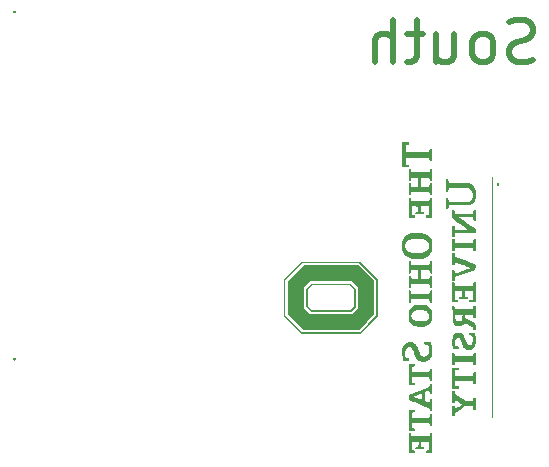
<source format=gbr>
%TF.GenerationSoftware,KiCad,Pcbnew,7.0.7*%
%TF.CreationDate,2023-09-12T10:00:42-04:00*%
%TF.ProjectId,Heater_South,48656174-6572-45f5-936f-7574682e6b69,rev?*%
%TF.SameCoordinates,Original*%
%TF.FileFunction,Legend,Bot*%
%TF.FilePolarity,Positive*%
%FSLAX46Y46*%
G04 Gerber Fmt 4.6, Leading zero omitted, Abs format (unit mm)*
G04 Created by KiCad (PCBNEW 7.0.7) date 2023-09-12 10:00:42*
%MOMM*%
%LPD*%
G01*
G04 APERTURE LIST*
%ADD10C,0.254000*%
%ADD11C,0.500000*%
G04 APERTURE END LIST*
D10*
X92600001Y-80150000D02*
G75*
G03*
X92600001Y-80150000I-1J0D01*
G01*
X92610001Y-50750000D02*
G75*
G03*
X92610001Y-50750000I-1J0D01*
G01*
X133540001Y-65380000D02*
G75*
G03*
X133540001Y-65380000I-1J0D01*
G01*
D11*
X136479772Y-54794001D02*
X135979772Y-54960667D01*
X135979772Y-54960667D02*
X135146439Y-54960667D01*
X135146439Y-54960667D02*
X134813105Y-54794001D01*
X134813105Y-54794001D02*
X134646439Y-54627334D01*
X134646439Y-54627334D02*
X134479772Y-54294001D01*
X134479772Y-54294001D02*
X134479772Y-53960667D01*
X134479772Y-53960667D02*
X134646439Y-53627334D01*
X134646439Y-53627334D02*
X134813105Y-53460667D01*
X134813105Y-53460667D02*
X135146439Y-53294001D01*
X135146439Y-53294001D02*
X135813105Y-53127334D01*
X135813105Y-53127334D02*
X136146439Y-52960667D01*
X136146439Y-52960667D02*
X136313105Y-52794001D01*
X136313105Y-52794001D02*
X136479772Y-52460667D01*
X136479772Y-52460667D02*
X136479772Y-52127334D01*
X136479772Y-52127334D02*
X136313105Y-51794001D01*
X136313105Y-51794001D02*
X136146439Y-51627334D01*
X136146439Y-51627334D02*
X135813105Y-51460667D01*
X135813105Y-51460667D02*
X134979772Y-51460667D01*
X134979772Y-51460667D02*
X134479772Y-51627334D01*
X132479772Y-54960667D02*
X132813106Y-54794001D01*
X132813106Y-54794001D02*
X132979772Y-54627334D01*
X132979772Y-54627334D02*
X133146439Y-54294001D01*
X133146439Y-54294001D02*
X133146439Y-53294001D01*
X133146439Y-53294001D02*
X132979772Y-52960667D01*
X132979772Y-52960667D02*
X132813106Y-52794001D01*
X132813106Y-52794001D02*
X132479772Y-52627334D01*
X132479772Y-52627334D02*
X131979772Y-52627334D01*
X131979772Y-52627334D02*
X131646439Y-52794001D01*
X131646439Y-52794001D02*
X131479772Y-52960667D01*
X131479772Y-52960667D02*
X131313106Y-53294001D01*
X131313106Y-53294001D02*
X131313106Y-54294001D01*
X131313106Y-54294001D02*
X131479772Y-54627334D01*
X131479772Y-54627334D02*
X131646439Y-54794001D01*
X131646439Y-54794001D02*
X131979772Y-54960667D01*
X131979772Y-54960667D02*
X132479772Y-54960667D01*
X128313105Y-52627334D02*
X128313105Y-54960667D01*
X129813105Y-52627334D02*
X129813105Y-54460667D01*
X129813105Y-54460667D02*
X129646439Y-54794001D01*
X129646439Y-54794001D02*
X129313105Y-54960667D01*
X129313105Y-54960667D02*
X128813105Y-54960667D01*
X128813105Y-54960667D02*
X128479772Y-54794001D01*
X128479772Y-54794001D02*
X128313105Y-54627334D01*
X127146438Y-52627334D02*
X125813105Y-52627334D01*
X126646438Y-51460667D02*
X126646438Y-54460667D01*
X126646438Y-54460667D02*
X126479772Y-54794001D01*
X126479772Y-54794001D02*
X126146438Y-54960667D01*
X126146438Y-54960667D02*
X125813105Y-54960667D01*
X124646438Y-54960667D02*
X124646438Y-51460667D01*
X123146438Y-54960667D02*
X123146438Y-53127334D01*
X123146438Y-53127334D02*
X123313105Y-52794001D01*
X123313105Y-52794001D02*
X123646438Y-52627334D01*
X123646438Y-52627334D02*
X124146438Y-52627334D01*
X124146438Y-52627334D02*
X124479772Y-52794001D01*
X124479772Y-52794001D02*
X124646438Y-52960667D01*
%TO.C,G\u002A\u002A\u002A*%
G36*
X133135078Y-85129535D02*
G01*
X132987403Y-85129535D01*
X132987403Y-64750465D01*
X133135078Y-64750465D01*
X133135078Y-85129535D01*
G37*
G36*
X126514341Y-84630929D02*
G01*
X126366667Y-84647636D01*
X126218992Y-84664344D01*
X126218992Y-85104923D01*
X127717904Y-85104923D01*
X127734612Y-84957248D01*
X127751319Y-84809574D01*
X127941860Y-84809574D01*
X127941860Y-85843295D01*
X127751319Y-85843295D01*
X127734612Y-85695620D01*
X127717904Y-85547946D01*
X126218992Y-85547946D01*
X126218992Y-85988525D01*
X126366667Y-86005232D01*
X126514341Y-86021940D01*
X126514341Y-86212481D01*
X125972868Y-86212481D01*
X125972868Y-84440388D01*
X126514341Y-84440388D01*
X126514341Y-84630929D01*
G37*
G36*
X129873934Y-70140582D02*
G01*
X129891074Y-70288256D01*
X131409193Y-70288256D01*
X131424845Y-70171347D01*
X131432175Y-70118553D01*
X131445830Y-70047933D01*
X131464732Y-70010408D01*
X131496014Y-69995543D01*
X131546805Y-69992907D01*
X131633721Y-69992907D01*
X131633721Y-71029600D01*
X131541424Y-71021961D01*
X131530434Y-71021041D01*
X131482985Y-71014001D01*
X131456310Y-70995139D01*
X131441058Y-70952168D01*
X131427875Y-70872801D01*
X131406622Y-70731279D01*
X129891074Y-70731279D01*
X129873934Y-70878954D01*
X129856795Y-71026628D01*
X129664729Y-71026628D01*
X129664729Y-69992907D01*
X129856795Y-69992907D01*
X129873934Y-70140582D01*
G37*
G36*
X121160340Y-72183411D02*
G01*
X121726899Y-72183411D01*
X123068605Y-73524451D01*
X123068605Y-76353114D01*
X122410830Y-77012545D01*
X121753056Y-77671977D01*
X117051208Y-77671977D01*
X116392658Y-77013766D01*
X115734109Y-76355555D01*
X115734109Y-75789968D01*
X117087791Y-75789968D01*
X117352776Y-76054131D01*
X117617761Y-76318295D01*
X121186635Y-76318295D01*
X121438473Y-76065597D01*
X121690310Y-75812900D01*
X121690310Y-74065420D01*
X121425325Y-73801257D01*
X121160340Y-73537093D01*
X117640767Y-73537093D01*
X117364279Y-73814368D01*
X117087791Y-74091642D01*
X117087791Y-75789968D01*
X115734109Y-75789968D01*
X115734109Y-73525117D01*
X117075149Y-72183411D01*
X121160340Y-72183411D01*
G37*
G36*
X121036757Y-73758605D02*
G01*
X121086278Y-73758605D01*
X121289844Y-73961114D01*
X121493411Y-74163623D01*
X121493411Y-75718865D01*
X121081015Y-76121395D01*
X117721699Y-76121395D01*
X117515500Y-75920130D01*
X117309302Y-75718865D01*
X117309302Y-75642774D01*
X117432364Y-75642774D01*
X117599116Y-75808247D01*
X117765867Y-75973721D01*
X121039503Y-75973721D01*
X121192620Y-75819231D01*
X121345736Y-75664742D01*
X121345736Y-74212512D01*
X121191247Y-74059396D01*
X121036757Y-73906279D01*
X117763312Y-73906279D01*
X117597838Y-74073031D01*
X117432364Y-74239782D01*
X117432364Y-75642774D01*
X117309302Y-75642774D01*
X117309302Y-74165738D01*
X117511811Y-73962171D01*
X117714320Y-73758605D01*
X121036757Y-73758605D01*
G37*
G36*
X119376593Y-71888986D02*
G01*
X121800758Y-71889884D01*
X121874903Y-71889911D01*
X122631734Y-72630185D01*
X123388566Y-73370460D01*
X123388566Y-76477982D01*
X122631883Y-77234960D01*
X121875201Y-77991938D01*
X116890379Y-77991938D01*
X116139957Y-77250103D01*
X115389535Y-76508269D01*
X115389535Y-76453981D01*
X115537209Y-76453981D01*
X116249042Y-77165496D01*
X116960874Y-77877011D01*
X121825678Y-77843761D01*
X122533285Y-77136565D01*
X123240891Y-76429369D01*
X123240891Y-73450637D01*
X122520825Y-72730881D01*
X121800758Y-72011124D01*
X116952104Y-72011124D01*
X116244657Y-72718887D01*
X115537209Y-73426650D01*
X115537209Y-76453981D01*
X115389535Y-76453981D01*
X115389535Y-73377410D01*
X116878283Y-71888062D01*
X119376593Y-71888986D01*
G37*
G36*
X130206202Y-81063655D02*
G01*
X130058527Y-81080795D01*
X129910853Y-81097934D01*
X129910853Y-81536124D01*
X131406622Y-81536124D01*
X131427875Y-81394603D01*
X131430412Y-81377753D01*
X131443285Y-81305553D01*
X131459842Y-81267625D01*
X131489437Y-81251684D01*
X131541424Y-81245443D01*
X131633721Y-81237804D01*
X131633721Y-82277468D01*
X131541424Y-82269829D01*
X131530434Y-82268909D01*
X131482985Y-82261869D01*
X131456310Y-82243007D01*
X131441058Y-82200036D01*
X131427875Y-82120669D01*
X131406622Y-81979147D01*
X129910853Y-81979147D01*
X129910853Y-82419726D01*
X130058527Y-82436434D01*
X130206202Y-82453141D01*
X130206202Y-82643682D01*
X129664729Y-82643682D01*
X129664729Y-80871589D01*
X130206202Y-80871589D01*
X130206202Y-81063655D01*
G37*
G36*
X131633721Y-80653049D02*
G01*
X131541424Y-80645410D01*
X131530046Y-80644457D01*
X131482804Y-80637398D01*
X131456234Y-80618464D01*
X131441014Y-80575387D01*
X131427823Y-80495899D01*
X131406517Y-80354026D01*
X130652532Y-80360530D01*
X129898547Y-80367035D01*
X129876104Y-80508556D01*
X129853661Y-80650078D01*
X129663730Y-80650078D01*
X129670382Y-80139370D01*
X129677035Y-79628663D01*
X129763178Y-79628663D01*
X129773229Y-79628674D01*
X129817638Y-79631825D01*
X129842767Y-79648688D01*
X129857464Y-79690922D01*
X129870575Y-79770184D01*
X129891828Y-79911706D01*
X131409193Y-79911706D01*
X131424845Y-79794797D01*
X131432175Y-79742003D01*
X131445830Y-79671383D01*
X131464732Y-79633857D01*
X131496014Y-79618993D01*
X131546805Y-79616357D01*
X131633721Y-79616357D01*
X131633721Y-80653049D01*
G37*
G36*
X127941860Y-75358411D02*
G01*
X127751818Y-75358411D01*
X127737173Y-75234763D01*
X127731308Y-75191299D01*
X127719005Y-75124009D01*
X127707680Y-75087088D01*
X127684421Y-75080778D01*
X127614831Y-75074692D01*
X127502599Y-75069768D01*
X127351203Y-75066116D01*
X127164120Y-75063844D01*
X126944828Y-75063062D01*
X126196824Y-75063062D01*
X126180117Y-75210737D01*
X126163409Y-75358411D01*
X125972868Y-75358411D01*
X125972868Y-74321719D01*
X126065165Y-74329357D01*
X126076155Y-74330278D01*
X126123605Y-74337317D01*
X126150279Y-74356179D01*
X126165531Y-74399150D01*
X126178714Y-74478518D01*
X126199967Y-74620039D01*
X127714761Y-74620039D01*
X127736014Y-74478518D01*
X127738552Y-74461668D01*
X127751424Y-74389467D01*
X127767981Y-74351540D01*
X127797577Y-74335599D01*
X127849564Y-74329357D01*
X127941860Y-74321719D01*
X127941860Y-75358411D01*
G37*
G36*
X126514341Y-80648962D02*
G01*
X126514195Y-80671908D01*
X126507707Y-80723875D01*
X126481534Y-80748095D01*
X126422045Y-80761136D01*
X126362490Y-80770430D01*
X126287072Y-80784450D01*
X126243923Y-80804353D01*
X126224133Y-80840946D01*
X126218793Y-80905035D01*
X126218992Y-81007426D01*
X126218992Y-81216163D01*
X127716807Y-81216163D01*
X127733720Y-81080795D01*
X127750633Y-80945426D01*
X127941860Y-80945426D01*
X127941860Y-81954535D01*
X127750633Y-81954535D01*
X127716807Y-81683799D01*
X126218992Y-81683799D01*
X126218992Y-81893776D01*
X126218950Y-81943133D01*
X126221052Y-82030299D01*
X126232372Y-82083042D01*
X126260489Y-82111767D01*
X126312983Y-82126884D01*
X126397432Y-82138799D01*
X126514341Y-82154450D01*
X126514341Y-82348333D01*
X125972868Y-82348333D01*
X125972868Y-80551628D01*
X126514341Y-80551628D01*
X126514341Y-80648962D01*
G37*
G36*
X126065165Y-86389435D02*
G01*
X126076155Y-86390355D01*
X126123605Y-86397394D01*
X126150279Y-86416256D01*
X126165531Y-86459228D01*
X126178714Y-86538595D01*
X126199967Y-86680116D01*
X127717904Y-86680116D01*
X127734612Y-86532442D01*
X127751319Y-86384768D01*
X127941860Y-86384768D01*
X127941860Y-88083023D01*
X127425000Y-88083023D01*
X127425000Y-87889879D01*
X127554215Y-87869339D01*
X127683430Y-87848798D01*
X127697052Y-87123140D01*
X127031202Y-87123140D01*
X127031202Y-87584434D01*
X127154264Y-87600758D01*
X127216688Y-87610040D01*
X127258754Y-87624361D01*
X127274777Y-87651681D01*
X127277326Y-87702379D01*
X127277326Y-87787675D01*
X126538953Y-87787675D01*
X126538953Y-87704993D01*
X126540891Y-87660857D01*
X126554951Y-87631679D01*
X126593317Y-87614810D01*
X126668169Y-87600390D01*
X126797384Y-87578469D01*
X126804460Y-87350804D01*
X126811537Y-87123140D01*
X126217676Y-87123140D01*
X126231298Y-87848798D01*
X126360514Y-87869339D01*
X126489729Y-87889879D01*
X126489729Y-88083023D01*
X125972868Y-88083023D01*
X125972868Y-86381796D01*
X126065165Y-86389435D01*
G37*
G36*
X127941860Y-68171589D02*
G01*
X127425000Y-68171589D01*
X127425000Y-67978232D01*
X127695736Y-67944406D01*
X127695736Y-67211706D01*
X127031202Y-67211706D01*
X127031202Y-67674722D01*
X127154264Y-67691647D01*
X127215587Y-67701058D01*
X127258260Y-67715518D01*
X127274653Y-67742540D01*
X127277326Y-67792407D01*
X127277326Y-67876240D01*
X126535835Y-67876240D01*
X126543547Y-67797429D01*
X126547713Y-67766410D01*
X126563334Y-67731773D01*
X126601127Y-67710721D01*
X126674322Y-67692653D01*
X126797384Y-67666687D01*
X126797384Y-67224012D01*
X126508188Y-67217078D01*
X126218992Y-67210143D01*
X126218992Y-67944406D01*
X126354360Y-67961319D01*
X126489729Y-67978232D01*
X126489729Y-68171589D01*
X125972868Y-68171589D01*
X125972868Y-66470362D01*
X126065165Y-66478001D01*
X126076155Y-66478921D01*
X126123605Y-66485960D01*
X126150279Y-66504822D01*
X126165531Y-66547794D01*
X126178714Y-66627161D01*
X126199967Y-66768682D01*
X127714761Y-66768682D01*
X127736014Y-66627161D01*
X127738552Y-66610311D01*
X127751424Y-66538111D01*
X127767981Y-66500183D01*
X127797577Y-66484242D01*
X127849564Y-66478001D01*
X127941860Y-66470362D01*
X127941860Y-68171589D01*
G37*
G36*
X131633721Y-75333799D02*
G01*
X131116860Y-75333799D01*
X131116860Y-75140441D01*
X131252229Y-75123528D01*
X131387597Y-75106615D01*
X131387597Y-74373915D01*
X130723062Y-74373915D01*
X130723062Y-74839855D01*
X130846124Y-74856180D01*
X130907068Y-74865225D01*
X130949959Y-74879410D01*
X130966475Y-74906113D01*
X130969186Y-74955477D01*
X130969186Y-75038450D01*
X130227695Y-75038450D01*
X130235408Y-74959639D01*
X130239574Y-74928619D01*
X130255194Y-74893983D01*
X130292987Y-74872930D01*
X130366182Y-74854862D01*
X130489244Y-74828897D01*
X130489244Y-74386221D01*
X130200048Y-74379287D01*
X129910853Y-74372353D01*
X129910853Y-75106615D01*
X130181589Y-75140441D01*
X130181589Y-75333799D01*
X129664082Y-75333799D01*
X129670559Y-74490824D01*
X129677035Y-73647849D01*
X129763178Y-73647849D01*
X129773229Y-73647860D01*
X129817638Y-73651011D01*
X129842767Y-73667874D01*
X129857464Y-73710108D01*
X129870575Y-73789370D01*
X129891828Y-73930892D01*
X131409193Y-73930892D01*
X131424845Y-73813983D01*
X131432175Y-73761189D01*
X131445830Y-73690569D01*
X131464732Y-73653043D01*
X131496014Y-73638179D01*
X131546805Y-73635543D01*
X131633721Y-73635543D01*
X131633721Y-75333799D01*
G37*
G36*
X129889400Y-83108258D02*
G01*
X130797092Y-83702016D01*
X131406622Y-83702016D01*
X131427875Y-83560494D01*
X131430412Y-83543644D01*
X131443285Y-83471444D01*
X131459842Y-83433517D01*
X131489437Y-83417576D01*
X131541424Y-83411334D01*
X131633721Y-83403695D01*
X131633721Y-84440388D01*
X131546805Y-84440388D01*
X131517725Y-84439910D01*
X131477889Y-84432268D01*
X131453885Y-84407016D01*
X131438580Y-84353720D01*
X131424845Y-84261948D01*
X131409193Y-84145039D01*
X130771773Y-84145039D01*
X130330636Y-84429221D01*
X129889498Y-84713403D01*
X129855956Y-84981861D01*
X129664729Y-84981861D01*
X129664729Y-84120426D01*
X129853661Y-84120426D01*
X129876104Y-84255544D01*
X129898547Y-84390661D01*
X130156977Y-84228889D01*
X130260849Y-84163803D01*
X130355675Y-84104267D01*
X130429656Y-84057694D01*
X130472346Y-84030650D01*
X130481228Y-84024826D01*
X130497710Y-84009957D01*
X130498252Y-83993092D01*
X130477728Y-83969356D01*
X130431016Y-83933871D01*
X130352991Y-83881763D01*
X130238528Y-83808154D01*
X130204448Y-83786398D01*
X130100412Y-83720618D01*
X130012568Y-83666004D01*
X129949304Y-83627732D01*
X129919010Y-83610980D01*
X129908106Y-83612731D01*
X129888688Y-83651993D01*
X129873102Y-83737070D01*
X129855956Y-83874302D01*
X129664729Y-83874302D01*
X129664729Y-82840582D01*
X129855956Y-82840582D01*
X129889400Y-83108258D01*
G37*
G36*
X131633721Y-68420685D02*
G01*
X131541424Y-68413046D01*
X131530434Y-68412126D01*
X131482985Y-68405086D01*
X131456310Y-68386224D01*
X131441058Y-68343253D01*
X131427875Y-68263886D01*
X131406622Y-68122364D01*
X130824871Y-68123250D01*
X130243120Y-68124135D01*
X130312912Y-68181233D01*
X130322911Y-68189066D01*
X130374296Y-68227211D01*
X130458198Y-68288085D01*
X130569025Y-68367683D01*
X130701187Y-68461997D01*
X130849093Y-68567021D01*
X131007153Y-68678749D01*
X131631601Y-69119167D01*
X131633721Y-69476047D01*
X129891074Y-69476047D01*
X129873934Y-69623721D01*
X129856795Y-69771395D01*
X129664729Y-69771395D01*
X129664729Y-68885349D01*
X129856795Y-68885349D01*
X129873934Y-69033023D01*
X129891074Y-69180698D01*
X131004752Y-69180698D01*
X130841652Y-69063789D01*
X130803123Y-69036158D01*
X130715206Y-68973071D01*
X130600189Y-68890507D01*
X130465915Y-68794097D01*
X130320223Y-68689471D01*
X130170956Y-68582258D01*
X129663360Y-68217637D01*
X129670198Y-67880805D01*
X129677035Y-67543973D01*
X129763178Y-67543973D01*
X129773229Y-67543984D01*
X129817638Y-67547135D01*
X129842767Y-67563998D01*
X129857464Y-67606232D01*
X129870575Y-67685494D01*
X129891828Y-67827016D01*
X131409193Y-67827016D01*
X131424845Y-67710107D01*
X131432175Y-67657313D01*
X131445830Y-67586693D01*
X131464732Y-67549167D01*
X131496014Y-67534303D01*
X131546805Y-67531667D01*
X131633721Y-67531667D01*
X131633721Y-68420685D01*
G37*
G36*
X129898547Y-71476499D02*
G01*
X130723062Y-71787890D01*
X130898496Y-71854155D01*
X131078501Y-71922168D01*
X131240078Y-71983239D01*
X131377703Y-72035280D01*
X131485850Y-72076202D01*
X131558995Y-72103916D01*
X131591613Y-72116331D01*
X131601224Y-72120828D01*
X131618771Y-72139543D01*
X131628095Y-72176946D01*
X131630811Y-72243176D01*
X131628532Y-72348375D01*
X131621415Y-72563369D01*
X129898547Y-73209161D01*
X129876104Y-73348515D01*
X129853661Y-73487868D01*
X129663566Y-73487868D01*
X129670301Y-73063304D01*
X129677035Y-72638740D01*
X129761854Y-72638740D01*
X129762885Y-72638741D01*
X129811149Y-72641306D01*
X129839129Y-72656844D01*
X129856534Y-72697173D01*
X129873074Y-72774109D01*
X129886442Y-72830673D01*
X129906236Y-72885612D01*
X129923623Y-72905120D01*
X129932250Y-72902869D01*
X129982200Y-72886450D01*
X130066728Y-72856807D01*
X130178483Y-72816667D01*
X130310114Y-72768758D01*
X130454271Y-72715805D01*
X130603603Y-72660535D01*
X130750758Y-72605675D01*
X130888388Y-72553951D01*
X131009139Y-72508089D01*
X131105663Y-72470817D01*
X131170607Y-72444860D01*
X131196622Y-72432945D01*
X131184009Y-72424436D01*
X131132246Y-72400860D01*
X131047160Y-72365225D01*
X130935759Y-72320221D01*
X130805049Y-72268537D01*
X130662039Y-72212862D01*
X130513734Y-72155886D01*
X130367142Y-72100297D01*
X130229269Y-72048784D01*
X130107124Y-72004038D01*
X130007713Y-71968747D01*
X129938043Y-71945600D01*
X129905121Y-71937287D01*
X129897251Y-71949486D01*
X129884627Y-71998655D01*
X129872869Y-72072655D01*
X129855956Y-72208023D01*
X129664729Y-72208023D01*
X129664729Y-71198915D01*
X129853661Y-71198915D01*
X129898547Y-71476499D01*
G37*
G36*
X125997481Y-61894958D02*
G01*
X125997488Y-61903453D01*
X125995871Y-61950757D01*
X125984424Y-61980660D01*
X125953480Y-61999615D01*
X125893370Y-62014074D01*
X125794428Y-62030492D01*
X125702132Y-62045331D01*
X125702132Y-62609186D01*
X126697276Y-62609186D01*
X126761625Y-62609208D01*
X127000107Y-62609564D01*
X127194952Y-62609727D01*
X127350658Y-62608867D01*
X127471723Y-62606157D01*
X127562647Y-62600768D01*
X127627927Y-62591871D01*
X127672063Y-62578638D01*
X127699552Y-62560241D01*
X127714894Y-62535852D01*
X127722587Y-62504640D01*
X127727130Y-62465779D01*
X127733020Y-62418440D01*
X127739458Y-62379665D01*
X127754463Y-62334035D01*
X127784961Y-62316622D01*
X127845574Y-62313837D01*
X127941860Y-62313837D01*
X127941860Y-63372171D01*
X127845574Y-63372171D01*
X127809813Y-63371728D01*
X127766475Y-63363137D01*
X127745751Y-63332946D01*
X127733020Y-63267568D01*
X127731240Y-63255367D01*
X127726084Y-63210142D01*
X127721195Y-63173196D01*
X127712074Y-63143700D01*
X127694222Y-63120827D01*
X127663141Y-63103748D01*
X127614332Y-63091633D01*
X127543297Y-63083656D01*
X127445536Y-63078986D01*
X127316553Y-63076797D01*
X127151847Y-63076258D01*
X126946921Y-63076543D01*
X126697276Y-63076822D01*
X125702132Y-63076822D01*
X125702132Y-63359396D01*
X125701880Y-63428473D01*
X125702172Y-63528944D01*
X125708283Y-63593954D01*
X125725926Y-63632510D01*
X125760816Y-63653618D01*
X125818664Y-63666287D01*
X125905184Y-63679523D01*
X125926919Y-63683171D01*
X125975208Y-63697778D01*
X125994185Y-63728430D01*
X125997481Y-63791697D01*
X125997481Y-63889031D01*
X125431395Y-63889031D01*
X125431395Y-61796977D01*
X125997481Y-61796977D01*
X125997481Y-61894958D01*
G37*
G36*
X126065165Y-64041373D02*
G01*
X126076155Y-64042293D01*
X126123605Y-64049332D01*
X126150279Y-64068194D01*
X126165531Y-64111166D01*
X126178714Y-64190533D01*
X126199967Y-64332054D01*
X127717904Y-64332054D01*
X127734612Y-64184380D01*
X127751319Y-64036706D01*
X127941860Y-64036706D01*
X127941860Y-65073398D01*
X127849564Y-65065759D01*
X127838574Y-65064839D01*
X127791124Y-65057800D01*
X127764450Y-65038938D01*
X127749198Y-64995966D01*
X127736014Y-64916599D01*
X127714761Y-64775078D01*
X127031202Y-64775078D01*
X127031202Y-65538062D01*
X127362016Y-65538062D01*
X127380136Y-65538030D01*
X127506071Y-65535876D01*
X127608310Y-65530765D01*
X127678348Y-65523288D01*
X127707680Y-65514036D01*
X127713603Y-65498473D01*
X127725929Y-65442448D01*
X127737173Y-65366362D01*
X127751818Y-65242713D01*
X127941860Y-65242713D01*
X127941860Y-66279406D01*
X127849564Y-66271767D01*
X127838574Y-66270847D01*
X127791124Y-66263807D01*
X127764450Y-66244945D01*
X127749198Y-66201974D01*
X127736014Y-66122607D01*
X127714761Y-65981085D01*
X126199967Y-65981085D01*
X126178714Y-66122607D01*
X126176177Y-66139457D01*
X126163305Y-66211657D01*
X126146747Y-66249584D01*
X126117152Y-66265525D01*
X126065165Y-66271767D01*
X125972868Y-66279406D01*
X125972868Y-65239742D01*
X126065165Y-65247381D01*
X126076155Y-65248301D01*
X126123605Y-65255340D01*
X126150279Y-65274202D01*
X126165531Y-65317173D01*
X126178714Y-65396541D01*
X126199967Y-65538062D01*
X126785078Y-65538062D01*
X126785078Y-64775078D01*
X126199967Y-64775078D01*
X126178714Y-64916599D01*
X126176177Y-64933449D01*
X126163305Y-65005649D01*
X126146747Y-65043577D01*
X126117152Y-65059518D01*
X126065165Y-65065759D01*
X125972868Y-65073398D01*
X125972868Y-64033734D01*
X126065165Y-64041373D01*
G37*
G36*
X126065165Y-71868117D02*
G01*
X126076155Y-71869037D01*
X126123605Y-71876077D01*
X126150279Y-71894939D01*
X126165531Y-71937910D01*
X126178714Y-72017277D01*
X126199967Y-72158799D01*
X127717904Y-72158799D01*
X127734612Y-72011124D01*
X127751319Y-71863450D01*
X127941860Y-71863450D01*
X127941860Y-72900142D01*
X127849564Y-72892503D01*
X127838574Y-72891583D01*
X127791124Y-72884544D01*
X127764450Y-72865682D01*
X127749198Y-72822711D01*
X127736014Y-72743343D01*
X127714761Y-72601822D01*
X127031202Y-72601822D01*
X127031202Y-73364806D01*
X127362016Y-73364806D01*
X127380136Y-73364774D01*
X127506071Y-73362620D01*
X127608310Y-73357509D01*
X127678348Y-73350032D01*
X127707680Y-73340780D01*
X127713603Y-73325217D01*
X127725929Y-73269192D01*
X127737173Y-73193106D01*
X127751818Y-73069457D01*
X127941860Y-73069457D01*
X127941860Y-74106150D01*
X127849564Y-74098511D01*
X127838574Y-74097591D01*
X127791124Y-74090552D01*
X127764450Y-74071690D01*
X127749198Y-74028718D01*
X127736014Y-73949351D01*
X127714761Y-73807830D01*
X126199967Y-73807830D01*
X126178714Y-73949351D01*
X126176177Y-73966201D01*
X126163305Y-74038401D01*
X126146747Y-74076329D01*
X126117152Y-74092270D01*
X126065165Y-74098511D01*
X125972868Y-74106150D01*
X125972868Y-73066486D01*
X126063976Y-73074125D01*
X126065110Y-73074220D01*
X126116923Y-73081072D01*
X126146666Y-73098828D01*
X126164576Y-73140009D01*
X126180885Y-73217132D01*
X126206686Y-73352500D01*
X126785078Y-73366368D01*
X126785078Y-72601822D01*
X126199967Y-72601822D01*
X126178714Y-72743343D01*
X126176177Y-72760193D01*
X126163305Y-72832393D01*
X126146747Y-72870321D01*
X126117152Y-72886262D01*
X126065165Y-72892503D01*
X125972868Y-72900142D01*
X125972868Y-71860478D01*
X126065165Y-71868117D01*
G37*
G36*
X127941860Y-83089677D02*
G01*
X127849665Y-83082038D01*
X127798784Y-83075896D01*
X127767628Y-83059458D01*
X127750593Y-83020201D01*
X127737032Y-82945184D01*
X127728218Y-82899900D01*
X127707826Y-82838750D01*
X127685734Y-82815969D01*
X127654523Y-82822824D01*
X127589875Y-82844276D01*
X127509171Y-82875247D01*
X127363469Y-82934525D01*
X127363469Y-83682959D01*
X127708043Y-83820175D01*
X127733233Y-83681105D01*
X127735031Y-83671197D01*
X127750376Y-83596977D01*
X127768119Y-83557666D01*
X127798095Y-83540920D01*
X127850142Y-83534396D01*
X127941860Y-83526757D01*
X127941860Y-84566421D01*
X127849564Y-84558782D01*
X127842357Y-84558182D01*
X127792886Y-84551316D01*
X127765190Y-84533122D01*
X127749614Y-84491142D01*
X127736504Y-84412922D01*
X127715741Y-84274701D01*
X127219644Y-84083132D01*
X127055389Y-84019643D01*
X126863169Y-83945225D01*
X126670849Y-83870663D01*
X126493775Y-83801906D01*
X126347288Y-83744902D01*
X125971029Y-83598242D01*
X125978102Y-83385736D01*
X125980682Y-83308217D01*
X126391279Y-83308217D01*
X126394309Y-83311117D01*
X126430505Y-83328804D01*
X126499995Y-83357937D01*
X126593171Y-83394903D01*
X126700424Y-83436092D01*
X126812145Y-83477891D01*
X126918726Y-83516688D01*
X127010558Y-83548872D01*
X127078033Y-83570831D01*
X127111540Y-83578954D01*
X127117825Y-83562045D01*
X127123952Y-83504929D01*
X127128116Y-83417009D01*
X127129651Y-83308217D01*
X127128520Y-83214267D01*
X127124699Y-83122675D01*
X127118818Y-83060435D01*
X127111540Y-83037481D01*
X127103825Y-83038620D01*
X127056771Y-83052225D01*
X126979267Y-83078346D01*
X126880923Y-83113369D01*
X126771346Y-83153684D01*
X126660145Y-83195679D01*
X126556929Y-83235741D01*
X126471307Y-83270259D01*
X126412888Y-83295622D01*
X126391279Y-83308217D01*
X125980682Y-83308217D01*
X125985174Y-83173230D01*
X126846609Y-82840020D01*
X127111540Y-82737542D01*
X127708043Y-82506810D01*
X127730486Y-82366041D01*
X127752929Y-82225271D01*
X127941860Y-82225271D01*
X127941860Y-83089677D01*
G37*
G36*
X126821865Y-69444839D02*
G01*
X127097077Y-69474194D01*
X127334405Y-69534756D01*
X127534149Y-69626730D01*
X127696606Y-69750322D01*
X127822075Y-69905739D01*
X127910857Y-70093185D01*
X127963249Y-70312868D01*
X127972521Y-70408003D01*
X127976817Y-70536914D01*
X127973441Y-70657442D01*
X127956282Y-70806492D01*
X127900657Y-71025210D01*
X127810327Y-71210463D01*
X127684479Y-71362949D01*
X127522303Y-71483368D01*
X127322987Y-71572418D01*
X127085720Y-71630796D01*
X126809690Y-71659203D01*
X126560055Y-71659608D01*
X126298122Y-71632004D01*
X126066517Y-71575333D01*
X125868271Y-71490628D01*
X125706409Y-71378923D01*
X125583961Y-71241249D01*
X125511238Y-71113197D01*
X125439914Y-70917171D01*
X125401253Y-70706268D01*
X125394939Y-70497965D01*
X125673467Y-70497965D01*
X125674719Y-70635259D01*
X125699592Y-70760503D01*
X125743437Y-70841957D01*
X125821192Y-70931442D01*
X125917616Y-71011636D01*
X126018658Y-71068956D01*
X126103703Y-71098756D01*
X126274111Y-71137071D01*
X126470535Y-71161178D01*
X126679581Y-71170189D01*
X126887857Y-71163218D01*
X127081969Y-71139377D01*
X127260726Y-71096127D01*
X127430068Y-71023632D01*
X127557948Y-70926841D01*
X127645446Y-70805116D01*
X127658754Y-70776512D01*
X127698956Y-70631281D01*
X127702197Y-70480190D01*
X127669501Y-70337092D01*
X127601892Y-70215842D01*
X127576338Y-70186033D01*
X127464193Y-70090925D01*
X127321720Y-70019166D01*
X127145118Y-69969595D01*
X126930586Y-69941050D01*
X126674322Y-69932370D01*
X126444734Y-69940583D01*
X126228902Y-69968122D01*
X126052190Y-70016341D01*
X125911094Y-70086589D01*
X125802109Y-70180213D01*
X125721731Y-70298559D01*
X125694826Y-70369749D01*
X125673467Y-70497965D01*
X125394939Y-70497965D01*
X125394684Y-70489569D01*
X125419636Y-70276151D01*
X125475539Y-70075096D01*
X125561821Y-69895482D01*
X125677913Y-69746389D01*
X125797751Y-69647192D01*
X125969320Y-69555187D01*
X126174853Y-69490835D01*
X126417131Y-69453309D01*
X126674322Y-69442786D01*
X126698934Y-69441779D01*
X126821865Y-69444839D01*
G37*
G36*
X131633721Y-76665840D02*
G01*
X131541424Y-76658201D01*
X131530434Y-76657281D01*
X131482985Y-76650241D01*
X131456310Y-76631379D01*
X131441058Y-76588408D01*
X131427875Y-76509041D01*
X131406622Y-76367520D01*
X130741273Y-76367520D01*
X130754102Y-76481340D01*
X130757231Y-76504317D01*
X130777857Y-76578828D01*
X130817460Y-76644270D01*
X130881690Y-76705232D01*
X130976200Y-76766300D01*
X131106640Y-76832059D01*
X131278660Y-76907097D01*
X131621415Y-77050060D01*
X131628282Y-77373324D01*
X131635150Y-77696589D01*
X131547519Y-77696589D01*
X131520489Y-77696203D01*
X131479205Y-77689001D01*
X131454470Y-77664453D01*
X131438948Y-77612035D01*
X131425305Y-77521221D01*
X131410114Y-77407383D01*
X131190944Y-77316538D01*
X131156145Y-77301728D01*
X131035429Y-77245703D01*
X130918592Y-77185546D01*
X130826742Y-77131955D01*
X130681712Y-77038218D01*
X130634703Y-77125672D01*
X130616562Y-77153792D01*
X130554144Y-77222786D01*
X130479895Y-77281542D01*
X130407461Y-77321207D01*
X130258708Y-77365899D01*
X130111706Y-77363535D01*
X129972237Y-77314676D01*
X129846083Y-77219886D01*
X129801981Y-77173180D01*
X129764150Y-77123607D01*
X129734894Y-77068345D01*
X129713112Y-77001175D01*
X129697705Y-76915879D01*
X129687571Y-76806238D01*
X129681609Y-76666036D01*
X129679896Y-76561100D01*
X129910853Y-76561100D01*
X129911942Y-76637938D01*
X129918808Y-76719273D01*
X129934382Y-76774957D01*
X129961398Y-76818937D01*
X130035733Y-76882697D01*
X130138861Y-76919527D01*
X130251716Y-76921628D01*
X130361073Y-76888936D01*
X130453702Y-76821383D01*
X130483670Y-76783400D01*
X130503912Y-76735610D01*
X130515619Y-76666666D01*
X130522519Y-76562539D01*
X130531375Y-76367520D01*
X129910853Y-76367520D01*
X129910853Y-76561100D01*
X129679896Y-76561100D01*
X129678720Y-76489052D01*
X129677803Y-76269070D01*
X129677035Y-75641454D01*
X129763178Y-75641454D01*
X129773229Y-75641464D01*
X129817638Y-75644615D01*
X129842767Y-75661479D01*
X129857464Y-75703713D01*
X129870575Y-75782975D01*
X129891828Y-75924496D01*
X130531375Y-75924496D01*
X131409193Y-75924496D01*
X131424845Y-75807587D01*
X131432175Y-75754793D01*
X131445830Y-75684174D01*
X131464732Y-75646648D01*
X131496014Y-75631784D01*
X131546805Y-75629147D01*
X131633721Y-75629147D01*
X131633721Y-76665840D01*
G37*
G36*
X127047155Y-75544403D02*
G01*
X127170471Y-75546876D01*
X127262339Y-75552605D01*
X127334025Y-75562896D01*
X127396796Y-75579052D01*
X127461919Y-75602380D01*
X127577957Y-75659882D01*
X127723472Y-75773065D01*
X127838551Y-75914937D01*
X127914324Y-76076209D01*
X127919337Y-76092584D01*
X127953251Y-76258619D01*
X127965090Y-76457223D01*
X127959463Y-76609855D01*
X127922730Y-76825677D01*
X127851404Y-77006920D01*
X127744956Y-77154085D01*
X127602857Y-77267675D01*
X127424578Y-77348190D01*
X127209590Y-77396131D01*
X126957364Y-77412000D01*
X126776947Y-77405856D01*
X126595774Y-77380626D01*
X126444317Y-77333091D01*
X126313558Y-77260262D01*
X126194475Y-77159150D01*
X126129345Y-77089736D01*
X126059074Y-76995419D01*
X126010631Y-76895381D01*
X125980460Y-76778895D01*
X125965007Y-76635231D01*
X125961397Y-76482462D01*
X126198475Y-76482462D01*
X126230117Y-76626282D01*
X126262099Y-76694129D01*
X126337713Y-76788821D01*
X126443588Y-76859258D01*
X126583644Y-76907084D01*
X126761801Y-76933942D01*
X126981977Y-76941474D01*
X127089808Y-76938765D01*
X127275901Y-76920380D01*
X127423049Y-76882836D01*
X127536394Y-76823864D01*
X127621081Y-76741194D01*
X127682256Y-76632557D01*
X127686001Y-76623197D01*
X127710203Y-76538808D01*
X127719808Y-76460607D01*
X127714306Y-76405999D01*
X127680660Y-76298260D01*
X127624947Y-76199338D01*
X127557083Y-76129411D01*
X127490201Y-76086961D01*
X127420565Y-76054084D01*
X127342690Y-76032039D01*
X127246351Y-76018800D01*
X127121318Y-76012342D01*
X126957364Y-76010640D01*
X126939543Y-76010644D01*
X126802264Y-76011352D01*
X126702256Y-76014275D01*
X126628753Y-76020839D01*
X126570988Y-76032474D01*
X126518196Y-76050607D01*
X126459609Y-76076666D01*
X126372918Y-76127388D01*
X126272434Y-76226886D01*
X126213434Y-76347287D01*
X126198475Y-76482462D01*
X125961397Y-76482462D01*
X125960717Y-76453663D01*
X125960859Y-76396187D01*
X125962844Y-76283075D01*
X125968831Y-76200589D01*
X125980914Y-76135495D01*
X126001184Y-76074559D01*
X126031734Y-76004549D01*
X126037333Y-75992631D01*
X126142474Y-75826812D01*
X126281902Y-75696273D01*
X126454808Y-75601785D01*
X126500684Y-75584218D01*
X126560420Y-75566008D01*
X126624820Y-75554158D01*
X126705020Y-75547386D01*
X126812156Y-75544409D01*
X126957364Y-75543948D01*
X127047155Y-75544403D01*
G37*
G36*
X127888836Y-78859525D02*
G01*
X127915302Y-78959949D01*
X127944107Y-79092486D01*
X127963895Y-79210252D01*
X127970888Y-79275578D01*
X127975747Y-79493750D01*
X127955633Y-79712194D01*
X127912193Y-79908679D01*
X127880934Y-79991324D01*
X127789998Y-80136616D01*
X127666681Y-80250701D01*
X127516739Y-80330948D01*
X127345924Y-80374722D01*
X127159991Y-80379390D01*
X126964692Y-80342319D01*
X126879254Y-80309907D01*
X126775332Y-80244098D01*
X126684742Y-80149372D01*
X126603805Y-80020657D01*
X126528845Y-79852880D01*
X126456184Y-79640969D01*
X126420644Y-79533008D01*
X126357115Y-79378291D01*
X126289349Y-79265752D01*
X126213492Y-79190912D01*
X126125691Y-79149293D01*
X126022093Y-79136415D01*
X125899384Y-79155545D01*
X125798831Y-79215813D01*
X125716601Y-79320380D01*
X125708598Y-79335946D01*
X125682685Y-79428743D01*
X125670480Y-79557070D01*
X125672456Y-79711277D01*
X125689085Y-79881712D01*
X125694150Y-79919489D01*
X125703454Y-79966516D01*
X125721865Y-79996019D01*
X125759187Y-80014713D01*
X125825229Y-80029312D01*
X125929797Y-80046530D01*
X125967318Y-80053268D01*
X126005330Y-80068989D01*
X126019798Y-80103194D01*
X126022093Y-80171251D01*
X126022093Y-80280892D01*
X125533662Y-80280892D01*
X125508526Y-80200901D01*
X125447721Y-79974774D01*
X125405879Y-79722789D01*
X125395597Y-79489882D01*
X125416168Y-79279700D01*
X125466881Y-79095888D01*
X125547029Y-78942094D01*
X125655901Y-78821964D01*
X125792789Y-78739144D01*
X125919085Y-78700972D01*
X126088392Y-78686205D01*
X126257230Y-78706795D01*
X126412694Y-78760891D01*
X126541883Y-78846641D01*
X126565269Y-78868755D01*
X126626119Y-78938514D01*
X126682131Y-79024875D01*
X126737372Y-79135657D01*
X126795908Y-79278679D01*
X126861806Y-79461762D01*
X126900720Y-79570697D01*
X126940938Y-79675683D01*
X126975189Y-79757490D01*
X126998760Y-79804329D01*
X127051363Y-79862617D01*
X127153957Y-79917286D01*
X127282640Y-79936318D01*
X127286684Y-79936300D01*
X127421770Y-79912538D01*
X127534809Y-79845331D01*
X127621899Y-79736971D01*
X127632844Y-79717276D01*
X127655786Y-79668762D01*
X127670480Y-79617798D01*
X127678686Y-79552696D01*
X127682165Y-79461765D01*
X127682675Y-79333314D01*
X127682011Y-79235939D01*
X127677569Y-79114759D01*
X127665512Y-79030604D01*
X127641889Y-78975964D01*
X127602749Y-78943327D01*
X127544140Y-78925181D01*
X127462112Y-78914016D01*
X127301938Y-78896862D01*
X127301938Y-78681085D01*
X127836240Y-78681085D01*
X127888836Y-78859525D01*
G37*
G36*
X129243535Y-64898286D02*
G01*
X129295503Y-64904774D01*
X129319723Y-64930947D01*
X129332764Y-64990436D01*
X129334034Y-64998280D01*
X129347302Y-65075943D01*
X129358961Y-65138111D01*
X129370318Y-65193489D01*
X130186596Y-65193489D01*
X130231224Y-65193498D01*
X130453875Y-65193949D01*
X130634163Y-65195262D01*
X130777906Y-65197689D01*
X130890925Y-65201483D01*
X130979039Y-65206896D01*
X131048068Y-65214180D01*
X131103832Y-65223588D01*
X131152149Y-65235372D01*
X131268206Y-65281017D01*
X131405526Y-65379682D01*
X131516715Y-65519063D01*
X131600994Y-65698113D01*
X131657583Y-65915781D01*
X131667809Y-66002353D01*
X131671353Y-66150980D01*
X131663307Y-66313821D01*
X131644809Y-66471541D01*
X131617000Y-66604807D01*
X131597790Y-66663837D01*
X131543238Y-66771136D01*
X131457514Y-66879042D01*
X131450176Y-66887072D01*
X131400707Y-66940210D01*
X131355318Y-66983706D01*
X131308678Y-67018572D01*
X131255458Y-67045821D01*
X131190327Y-67066466D01*
X131107954Y-67081522D01*
X131003011Y-67092000D01*
X130870166Y-67098914D01*
X130704089Y-67103278D01*
X130499450Y-67106105D01*
X130250919Y-67108408D01*
X129372671Y-67116080D01*
X129359561Y-67182352D01*
X129358550Y-67187495D01*
X129344845Y-67260585D01*
X129330318Y-67342228D01*
X129326671Y-67362733D01*
X129311999Y-67412354D01*
X129283428Y-67429853D01*
X129224874Y-67428372D01*
X129135562Y-67420911D01*
X129128854Y-66971735D01*
X129122145Y-66522558D01*
X129220035Y-66522558D01*
X129244021Y-66522717D01*
X129295704Y-66529280D01*
X129319783Y-66555488D01*
X129332764Y-66614855D01*
X129333985Y-66622396D01*
X129347392Y-66700675D01*
X129359329Y-66763995D01*
X129371054Y-66820839D01*
X130213192Y-66813220D01*
X131055329Y-66805601D01*
X131169874Y-66738265D01*
X131267617Y-66663232D01*
X131340959Y-66558680D01*
X131383139Y-66424093D01*
X131396984Y-66253439D01*
X131396988Y-66251446D01*
X131392940Y-66145840D01*
X131382041Y-66047170D01*
X131366607Y-65976556D01*
X131328603Y-65902953D01*
X131249915Y-65811077D01*
X131152004Y-65734365D01*
X131050918Y-65687512D01*
X131002571Y-65680400D01*
X130907478Y-65673889D01*
X130771659Y-65668590D01*
X130599489Y-65664633D01*
X130395344Y-65662147D01*
X130163599Y-65661261D01*
X129370318Y-65661124D01*
X129358961Y-65716502D01*
X129357968Y-65721411D01*
X129345856Y-65786819D01*
X129332764Y-65864176D01*
X129329115Y-65885912D01*
X129314509Y-65934201D01*
X129283857Y-65953177D01*
X129220590Y-65956473D01*
X129123256Y-65956473D01*
X129123256Y-64898140D01*
X129220590Y-64898140D01*
X129243535Y-64898286D01*
G37*
G36*
X131356361Y-77894455D02*
G01*
X131450355Y-77899255D01*
X131517654Y-77907165D01*
X131546999Y-77917165D01*
X131548173Y-77919331D01*
X131562493Y-77958856D01*
X131584040Y-78030418D01*
X131608627Y-78120217D01*
X131633794Y-78243443D01*
X131652961Y-78424258D01*
X131656637Y-78611922D01*
X131644646Y-78788639D01*
X131616807Y-78936610D01*
X131566602Y-79063742D01*
X131473916Y-79194675D01*
X131352837Y-79290998D01*
X131209157Y-79346883D01*
X131093595Y-79362328D01*
X130932256Y-79348809D01*
X130787650Y-79294787D01*
X130666804Y-79203256D01*
X130576746Y-79077214D01*
X130560156Y-79040149D01*
X130527606Y-78955476D01*
X130490064Y-78847974D01*
X130452760Y-78732196D01*
X130451827Y-78729171D01*
X130398133Y-78573809D01*
X130344942Y-78462113D01*
X130288210Y-78388833D01*
X130223890Y-78348717D01*
X130147936Y-78336512D01*
X130063893Y-78351149D01*
X129982809Y-78406253D01*
X129926994Y-78498624D01*
X129898637Y-78624354D01*
X129899923Y-78779535D01*
X129904634Y-78826188D01*
X129916024Y-78920233D01*
X129929975Y-78978668D01*
X129951767Y-79011221D01*
X129986679Y-79027618D01*
X130039990Y-79037587D01*
X130113779Y-79049613D01*
X130180053Y-79065292D01*
X130214951Y-79086592D01*
X130228523Y-79120747D01*
X130230814Y-79174992D01*
X130230814Y-79271783D01*
X129996387Y-79271783D01*
X129917159Y-79271838D01*
X129836701Y-79268375D01*
X129781760Y-79254055D01*
X129745076Y-79221444D01*
X129719391Y-79163107D01*
X129697446Y-79071609D01*
X129671981Y-78939516D01*
X129662545Y-78884868D01*
X129644629Y-78685522D01*
X129651588Y-78493683D01*
X129681970Y-78318821D01*
X129734321Y-78170405D01*
X129807190Y-78057902D01*
X129821975Y-78042553D01*
X129931303Y-77966552D01*
X130066572Y-77919843D01*
X130213919Y-77905700D01*
X130359481Y-77927400D01*
X130367976Y-77929925D01*
X130467304Y-77970295D01*
X130551256Y-78029505D01*
X130624090Y-78113561D01*
X130690063Y-78228470D01*
X130753431Y-78380235D01*
X130818453Y-78574864D01*
X130825330Y-78596903D01*
X130873456Y-78732988D01*
X130921041Y-78827620D01*
X130973501Y-78887241D01*
X131036250Y-78918291D01*
X131114703Y-78927209D01*
X131122710Y-78927133D01*
X131222765Y-78908901D01*
X131297532Y-78856624D01*
X131348727Y-78767401D01*
X131378064Y-78638332D01*
X131387261Y-78466517D01*
X131387209Y-78437398D01*
X131385694Y-78316334D01*
X131378792Y-78234245D01*
X131361992Y-78182564D01*
X131330785Y-78152725D01*
X131280661Y-78136161D01*
X131207111Y-78124307D01*
X131055329Y-78102694D01*
X131047761Y-77998091D01*
X131040193Y-77893489D01*
X131286280Y-77893489D01*
X131356361Y-77894455D01*
G37*
%TD*%
M02*

</source>
